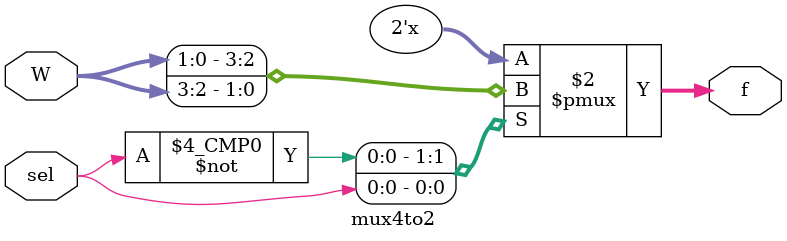
<source format=v>
module mux4to2 (
  input [3:0] W,
  input sel,
  output reg [1:0] f);

  always @(W, sel) 
    case (sel)
      0: f = W[1:0];
      1: f = W[3:2];
    endcase
endmodule

</source>
